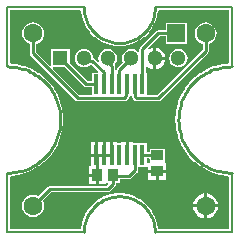
<source format=gbl>
G04*
G04 #@! TF.GenerationSoftware,Altium Limited,Altium Designer,21.6.4 (81)*
G04*
G04 Layer_Physical_Order=2*
G04 Layer_Color=16711680*
%FSLAX25Y25*%
%MOIN*%
G70*
G04*
G04 #@! TF.SameCoordinates,C5927BB7-CAF9-4977-82FB-EE17E07953DF*
G04*
G04*
G04 #@! TF.FilePolarity,Positive*
G04*
G01*
G75*
%ADD10C,0.00787*%
%ADD12C,0.01000*%
%ADD16C,0.05118*%
%ADD17R,0.05118X0.05118*%
%ADD18C,0.06299*%
%ADD19R,0.06000X0.06000*%
%ADD20R,0.03937X0.03543*%
%ADD21R,0.03543X0.03937*%
%ADD22R,0.01772X0.06693*%
G36*
X-12788Y36315D02*
X-12498Y34483D01*
X-12470Y34408D01*
X-12461Y34328D01*
X-11887Y32564D01*
X-11848Y32494D01*
X-11826Y32416D01*
X-10984Y30764D01*
X-10934Y30701D01*
X-10901Y30628D01*
X-9811Y29127D01*
X-9752Y29073D01*
X-9707Y29006D01*
X-8396Y27694D01*
X-8329Y27650D01*
X-8274Y27591D01*
X-6774Y26501D01*
X-6701Y26467D01*
X-6637Y26417D01*
X-4985Y25575D01*
X-4908Y25553D01*
X-4837Y25514D01*
X-3074Y24941D01*
X-2994Y24931D01*
X-2918Y24904D01*
X-1087Y24613D01*
X-1006Y24617D01*
X-927Y24601D01*
X927Y24601D01*
X1006Y24617D01*
X1087Y24613D01*
X2918Y24904D01*
X2994Y24931D01*
X3074Y24941D01*
X4838Y25514D01*
X4908Y25553D01*
X4985Y25575D01*
X6638Y26417D01*
X6701Y26467D01*
X6774Y26501D01*
X8274Y27591D01*
X8329Y27650D01*
X8396Y27694D01*
X9707Y29006D01*
X9752Y29073D01*
X9811Y29127D01*
X10901Y30628D01*
X10935Y30701D01*
X10985Y30764D01*
X11827Y32416D01*
X11848Y32494D01*
X11888Y32564D01*
X12461Y34328D01*
X12470Y34408D01*
X12498Y34483D01*
X12788Y36315D01*
X13286Y36382D01*
X36382D01*
Y19096D01*
X36110Y18694D01*
X33811Y18391D01*
X33748Y18370D01*
X33680Y18365D01*
X31442Y17765D01*
X31381Y17736D01*
X31315Y17722D01*
X29174Y16835D01*
X29118Y16798D01*
X29054Y16776D01*
X27047Y15617D01*
X26996Y15573D01*
X26936Y15543D01*
X25097Y14132D01*
X25052Y14082D01*
X24996Y14044D01*
X23357Y12405D01*
X23320Y12349D01*
X23269Y12305D01*
X21858Y10466D01*
X21829Y10406D01*
X21784Y10355D01*
X20625Y8348D01*
X20604Y8284D01*
X20566Y8228D01*
X19679Y6086D01*
X19666Y6020D01*
X19636Y5960D01*
X19036Y3721D01*
X19032Y3654D01*
X19010Y3590D01*
X18708Y1292D01*
X18712Y1225D01*
X18699Y1159D01*
Y-1159D01*
X18712Y-1225D01*
X18708Y-1292D01*
X19010Y-3590D01*
X19032Y-3654D01*
X19036Y-3721D01*
X19636Y-5960D01*
X19666Y-6020D01*
X19679Y-6086D01*
X20566Y-8228D01*
X20604Y-8284D01*
X20625Y-8348D01*
X21784Y-10355D01*
X21829Y-10406D01*
X21858Y-10466D01*
X23269Y-12305D01*
X23320Y-12349D01*
X23357Y-12405D01*
X24996Y-14044D01*
X25052Y-14082D01*
X25097Y-14132D01*
X26936Y-15543D01*
X26996Y-15573D01*
X27047Y-15617D01*
X29054Y-16776D01*
X29118Y-16798D01*
X29174Y-16835D01*
X31315Y-17722D01*
X31381Y-17736D01*
X31442Y-17765D01*
X33680Y-18365D01*
X33748Y-18370D01*
X33811Y-18391D01*
X36110Y-18694D01*
X36382Y-19096D01*
Y-36382D01*
X13286D01*
X12788Y-36315D01*
X12498Y-34483D01*
X12470Y-34408D01*
X12461Y-34328D01*
X11888Y-32564D01*
X11848Y-32494D01*
X11827Y-32416D01*
X10985Y-30764D01*
X10935Y-30701D01*
X10901Y-30628D01*
X9811Y-29127D01*
X9752Y-29073D01*
X9707Y-29006D01*
X8396Y-27694D01*
X8329Y-27650D01*
X8274Y-27591D01*
X6774Y-26500D01*
X6701Y-26467D01*
X6638Y-26417D01*
X4985Y-25575D01*
X4908Y-25553D01*
X4838Y-25514D01*
X3074Y-24941D01*
X2994Y-24931D01*
X2918Y-24903D01*
X1087Y-24613D01*
X1006Y-24617D01*
X927Y-24601D01*
X-927D01*
X-1006Y-24617D01*
X-1087Y-24613D01*
X-2918Y-24903D01*
X-2994Y-24931D01*
X-3074Y-24941D01*
X-4837Y-25514D01*
X-4908Y-25553D01*
X-4985Y-25575D01*
X-6637Y-26417D01*
X-6701Y-26467D01*
X-6774Y-26500D01*
X-8274Y-27591D01*
X-8329Y-27650D01*
X-8396Y-27694D01*
X-9707Y-29006D01*
X-9752Y-29073D01*
X-9811Y-29127D01*
X-10901Y-30628D01*
X-10934Y-30701D01*
X-10984Y-30764D01*
X-11826Y-32416D01*
X-11848Y-32494D01*
X-11887Y-32564D01*
X-12461Y-34328D01*
X-12470Y-34408D01*
X-12498Y-34483D01*
X-12788Y-36315D01*
X-13286Y-36382D01*
X-36382D01*
Y-19096D01*
X-36110Y-18694D01*
X-33811Y-18391D01*
X-33748Y-18370D01*
X-33680Y-18365D01*
X-31442Y-17765D01*
X-31381Y-17736D01*
X-31315Y-17722D01*
X-29174Y-16835D01*
X-29118Y-16798D01*
X-29054Y-16776D01*
X-27047Y-15617D01*
X-26996Y-15573D01*
X-26936Y-15543D01*
X-25097Y-14132D01*
X-25052Y-14082D01*
X-24996Y-14044D01*
X-23357Y-12405D01*
X-23320Y-12349D01*
X-23269Y-12305D01*
X-21858Y-10466D01*
X-21829Y-10406D01*
X-21784Y-10355D01*
X-20625Y-8348D01*
X-20604Y-8284D01*
X-20566Y-8228D01*
X-19679Y-6086D01*
X-19666Y-6020D01*
X-19636Y-5960D01*
X-19036Y-3721D01*
X-19032Y-3654D01*
X-19010Y-3590D01*
X-18708Y-1292D01*
X-18712Y-1225D01*
X-18699Y-1159D01*
Y1159D01*
X-18712Y1225D01*
X-18708Y1292D01*
X-19010Y3590D01*
X-19032Y3654D01*
X-19036Y3721D01*
X-19636Y5960D01*
X-19666Y6020D01*
X-19679Y6086D01*
X-20566Y8228D01*
X-20604Y8284D01*
X-20625Y8348D01*
X-21784Y10355D01*
X-21829Y10406D01*
X-21858Y10466D01*
X-23269Y12305D01*
X-23320Y12349D01*
X-23357Y12405D01*
X-24996Y14044D01*
X-25052Y14082D01*
X-25097Y14132D01*
X-26936Y15543D01*
X-26996Y15573D01*
X-27047Y15617D01*
X-29054Y16776D01*
X-29118Y16798D01*
X-29174Y16835D01*
X-31315Y17722D01*
X-31381Y17736D01*
X-31442Y17765D01*
X-33680Y18365D01*
X-33748Y18370D01*
X-33811Y18391D01*
X-36110Y18694D01*
X-36382Y19096D01*
Y36382D01*
X-13286D01*
X-12788Y36315D01*
D02*
G37*
%LPC*%
G36*
X28740Y32425D02*
X27786Y32300D01*
X26898Y31931D01*
X26134Y31346D01*
X25549Y30583D01*
X25181Y29694D01*
X25055Y28740D01*
X25181Y27786D01*
X25549Y26898D01*
X26134Y26134D01*
X26898Y25549D01*
X27717Y25210D01*
Y23259D01*
X12568Y8110D01*
X9067D01*
Y15661D01*
X8701D01*
Y17858D01*
X9201Y18028D01*
X9273Y17934D01*
X10016Y17364D01*
X10882Y17005D01*
X11311Y16949D01*
Y20472D01*
Y23996D01*
X10882Y23940D01*
X10016Y23581D01*
X9895Y23488D01*
X9565Y23865D01*
X13416Y27717D01*
X15394D01*
Y25236D01*
X22402D01*
Y32244D01*
X15394D01*
Y29764D01*
X12992D01*
X12600Y29686D01*
X12268Y29464D01*
X6953Y24149D01*
X6731Y23817D01*
X6654Y23425D01*
Y22785D01*
X6154Y22615D01*
X6122Y22657D01*
X5482Y23148D01*
X4737Y23457D01*
X3937Y23562D01*
X3137Y23457D01*
X2392Y23148D01*
X1753Y22657D01*
X1261Y22017D01*
X953Y21272D01*
X848Y20472D01*
X953Y19673D01*
X1169Y19152D01*
X-724Y17259D01*
X-946Y16927D01*
X-1024Y16535D01*
Y15661D01*
X-1536D01*
Y17980D01*
X-1613Y18372D01*
X-1648Y18424D01*
X-1261Y18928D01*
X-953Y19673D01*
X-848Y20472D01*
X-953Y21272D01*
X-1261Y22017D01*
X-1753Y22657D01*
X-2392Y23148D01*
X-3137Y23457D01*
X-3937Y23562D01*
X-4737Y23457D01*
X-5482Y23148D01*
X-6122Y22657D01*
X-6612Y22017D01*
X-6921Y21272D01*
X-7026Y20472D01*
X-6921Y19673D01*
X-6844Y19486D01*
X-7268Y19203D01*
X-8473Y20408D01*
X-8736Y20584D01*
X-8827Y21272D01*
X-9136Y22017D01*
X-9627Y22657D01*
X-10266Y23148D01*
X-11011Y23457D01*
X-11811Y23562D01*
X-12611Y23457D01*
X-13356Y23148D01*
X-13996Y22657D01*
X-14487Y22017D01*
X-14795Y21272D01*
X-14900Y20472D01*
X-14795Y19673D01*
X-14487Y18928D01*
X-13996Y18288D01*
X-13356Y17797D01*
X-12611Y17488D01*
X-11811Y17383D01*
X-11011Y17488D01*
X-10266Y17797D01*
X-9627Y18288D01*
X-9271Y18311D01*
X-7084Y16123D01*
X-7275Y15661D01*
X-9067D01*
Y12835D01*
X-10600D01*
X-16622Y18857D01*
Y23535D01*
X-22748D01*
Y18156D01*
X-23210Y17965D01*
X-27717Y22471D01*
Y25210D01*
X-26898Y25549D01*
X-26134Y26134D01*
X-25549Y26898D01*
X-25181Y27786D01*
X-25055Y28740D01*
X-25181Y29694D01*
X-25549Y30583D01*
X-26134Y31346D01*
X-26898Y31931D01*
X-27786Y32300D01*
X-28740Y32425D01*
X-29694Y32300D01*
X-30583Y31931D01*
X-31346Y31346D01*
X-31931Y30583D01*
X-32300Y29694D01*
X-32425Y28740D01*
X-32300Y27786D01*
X-31931Y26898D01*
X-31346Y26134D01*
X-30583Y25549D01*
X-29764Y25210D01*
Y22047D01*
X-29686Y21655D01*
X-29464Y21323D01*
X-14503Y6363D01*
X-14171Y6141D01*
X-13780Y6063D01*
X1575D01*
X1966Y6141D01*
X2299Y6363D01*
X3086Y7150D01*
X3308Y7482D01*
X3386Y7874D01*
Y7961D01*
X4310D01*
Y7672D01*
X4387Y7281D01*
X4609Y6949D01*
X5195Y6363D01*
X5527Y6141D01*
X5919Y6063D01*
X12992D01*
X13384Y6141D01*
X13716Y6363D01*
X29464Y22111D01*
X29686Y22443D01*
X29764Y22835D01*
Y25210D01*
X30583Y25549D01*
X31346Y26134D01*
X31931Y26898D01*
X32300Y27786D01*
X32425Y28740D01*
X32300Y29694D01*
X31931Y30583D01*
X31346Y31346D01*
X30583Y31931D01*
X29694Y32300D01*
X28740Y32425D01*
D02*
G37*
G36*
X12311Y23996D02*
Y20972D01*
X15335D01*
X15279Y21402D01*
X14920Y22267D01*
X14349Y23011D01*
X13606Y23581D01*
X12740Y23940D01*
X12311Y23996D01*
D02*
G37*
G36*
X19685Y23562D02*
X18885Y23457D01*
X18140Y23148D01*
X17501Y22657D01*
X17009Y22017D01*
X16701Y21272D01*
X16596Y20472D01*
X16701Y19673D01*
X17009Y18928D01*
X17501Y18288D01*
X18140Y17797D01*
X18885Y17488D01*
X19685Y17383D01*
X20485Y17488D01*
X21230Y17797D01*
X21870Y18288D01*
X22361Y18928D01*
X22669Y19673D01*
X22774Y20472D01*
X22669Y21272D01*
X22361Y22017D01*
X21870Y22657D01*
X21230Y23148D01*
X20485Y23457D01*
X19685Y23562D01*
D02*
G37*
G36*
X15335Y19972D02*
X12311D01*
Y16949D01*
X12740Y17005D01*
X13606Y17364D01*
X14349Y17934D01*
X14920Y18678D01*
X15279Y19543D01*
X15335Y19972D01*
D02*
G37*
G36*
X-8177Y-7465D02*
X-9563D01*
Y-11311D01*
X-8177D01*
Y-7465D01*
D02*
G37*
G36*
X4445D02*
X3059D01*
Y-11811D01*
X2059D01*
Y-7465D01*
X673D01*
Y-7961D01*
X-673D01*
Y-7465D01*
X-2059D01*
Y-11811D01*
X-3059D01*
Y-7465D01*
X-4618D01*
Y-11811D01*
X-5618D01*
Y-7465D01*
X-7177D01*
Y-11811D01*
X-7677D01*
Y-12311D01*
X-9563D01*
Y-15535D01*
X-10153D01*
Y-18004D01*
X-7382D01*
Y-18504D01*
X-6882D01*
Y-21472D01*
X-4610D01*
Y-21365D01*
X-4343Y-20976D01*
X-3786D01*
X-3595Y-21438D01*
X-4361Y-22205D01*
X-23228D01*
X-23620Y-22283D01*
X-23952Y-22505D01*
X-26967Y-25520D01*
X-27786Y-25181D01*
X-28740Y-25055D01*
X-29694Y-25181D01*
X-30583Y-25549D01*
X-31346Y-26134D01*
X-31931Y-26898D01*
X-32300Y-27786D01*
X-32425Y-28740D01*
X-32300Y-29694D01*
X-31931Y-30583D01*
X-31346Y-31346D01*
X-30583Y-31931D01*
X-29694Y-32300D01*
X-28740Y-32425D01*
X-27786Y-32300D01*
X-26898Y-31931D01*
X-26134Y-31346D01*
X-25549Y-30583D01*
X-25181Y-29694D01*
X-25055Y-28740D01*
X-25181Y-27786D01*
X-25520Y-26967D01*
X-22804Y-24252D01*
X-3937D01*
X-3545Y-24174D01*
X-3213Y-23952D01*
X-1371Y-22110D01*
X-1150Y-21778D01*
X-1072Y-21387D01*
Y-20976D01*
X209D01*
Y-19921D01*
X3150D01*
X3541Y-19843D01*
X3873Y-19621D01*
X5842Y-17653D01*
X6064Y-17321D01*
X6142Y-16929D01*
Y-15661D01*
X9067D01*
Y-12835D01*
X9772D01*
X10126Y-13188D01*
X10126Y-14185D01*
X9737Y-14453D01*
X9630D01*
Y-16724D01*
X12598D01*
X15567D01*
Y-14453D01*
X15460D01*
X15071Y-14185D01*
X15071Y-13953D01*
Y-9634D01*
X10126D01*
Y-10787D01*
X9067D01*
Y-7961D01*
X4445D01*
Y-7465D01*
D02*
G37*
G36*
X15567Y-17724D02*
X13098D01*
Y-19996D01*
X15567D01*
Y-17724D01*
D02*
G37*
G36*
X12098D02*
X9630D01*
Y-19996D01*
X12098D01*
Y-17724D01*
D02*
G37*
G36*
X-7882Y-19004D02*
X-10153D01*
Y-21472D01*
X-7882D01*
Y-19004D01*
D02*
G37*
G36*
X29240Y-24621D02*
Y-28240D01*
X32860D01*
X32783Y-27657D01*
X32365Y-26647D01*
X31700Y-25781D01*
X30833Y-25115D01*
X29823Y-24697D01*
X29240Y-24621D01*
D02*
G37*
G36*
X28240D02*
X27657Y-24697D01*
X26647Y-25115D01*
X25781Y-25781D01*
X25115Y-26647D01*
X24697Y-27657D01*
X24621Y-28240D01*
X28240D01*
Y-24621D01*
D02*
G37*
G36*
X32860Y-29240D02*
X29240D01*
Y-32860D01*
X29823Y-32783D01*
X30833Y-32365D01*
X31700Y-31700D01*
X32365Y-30833D01*
X32783Y-29823D01*
X32860Y-29240D01*
D02*
G37*
G36*
X28240D02*
X24621D01*
X24697Y-29823D01*
X25115Y-30833D01*
X25781Y-31700D01*
X26647Y-32365D01*
X27657Y-32783D01*
X28240Y-32860D01*
Y-29240D01*
D02*
G37*
%LPD*%
G36*
X-11747Y11087D02*
X-11415Y10865D01*
X-11024Y10787D01*
X-9067D01*
Y8110D01*
X-13355D01*
X-22193Y16948D01*
X-22002Y17410D01*
X-18070D01*
X-11747Y11087D01*
D02*
G37*
D10*
X-37402Y37402D02*
X-11817D01*
X11818Y37402D02*
X37402D01*
Y17721D02*
Y37402D01*
Y-37401D02*
Y-17721D01*
X11818Y-37401D02*
X37402D01*
X-11817Y-37402D02*
Y-37401D01*
X-37402Y-37402D02*
X-11817D01*
X-37402D02*
Y-17721D01*
Y17721D02*
Y37402D01*
D12*
X12992Y28740D02*
X18110D01*
X7677Y23425D02*
X12992Y28740D01*
X7677Y11811D02*
Y23425D01*
X5118Y11811D02*
X5333Y11596D01*
Y7672D02*
X5919Y7087D01*
X5333Y7672D02*
Y11596D01*
X5919Y7087D02*
X12992D01*
X28740Y22835D01*
Y28740D01*
X2362Y11614D02*
X2559Y11811D01*
X-28740Y22047D02*
X-13780Y7087D01*
X-28740Y22047D02*
Y28740D01*
X-13780Y7087D02*
X1575D01*
X2362Y7874D01*
Y11614D01*
X7677Y-11811D02*
X12500D01*
X12598Y-11909D01*
X-5118Y-11811D02*
X-2559D01*
X-7677D02*
X-5118D01*
X-7677D02*
X-7382Y-12106D01*
Y-18504D02*
Y-12106D01*
X-28740Y-28740D02*
X-23228Y-23228D01*
X-3937D01*
X-2095Y-21387D01*
Y-18532D01*
X-2067Y-18504D01*
X-1673Y-18898D02*
X3150D01*
X-2067Y-18504D02*
X-1673Y-18898D01*
X5118Y-16929D02*
Y-11811D01*
X3150Y-18898D02*
X5118Y-16929D01*
X-19685Y20472D02*
X-11024Y11811D01*
X-7677D01*
X-11023Y19684D02*
X-9197D01*
X-11811Y20472D02*
X-11023Y19684D01*
X-9197D02*
X-5291Y15779D01*
X-0Y11811D02*
Y16535D01*
X3937Y20472D01*
X-3937Y19358D02*
Y20472D01*
X-2559Y11811D02*
Y17980D01*
X-3937Y19358D02*
X-2559Y17980D01*
X-5291Y11984D02*
Y15779D01*
Y11984D02*
X-5118Y11811D01*
X11818Y-37401D02*
X11775Y-36399D01*
X11648Y-35404D01*
X11436Y-34424D01*
X11143Y-33465D01*
X10769Y-32534D01*
X10317Y-31638D01*
X9791Y-30784D01*
X9195Y-29977D01*
X8532Y-29224D01*
X7808Y-28530D01*
X7027Y-27900D01*
X6196Y-27338D01*
X5320Y-26849D01*
X4406Y-26436D01*
X3461Y-26102D01*
X2490Y-25849D01*
X1501Y-25680D01*
X502Y-25594D01*
X-501D01*
X-1501Y-25680D01*
X-2490Y-25849D01*
X-3460Y-26102D01*
X-4406Y-26436D01*
X-5320Y-26849D01*
X-6196Y-27338D01*
X-7027Y-27900D01*
X-7807Y-28530D01*
X-8532Y-29224D01*
X-9194Y-29977D01*
X-9791Y-30784D01*
X-10317Y-31638D01*
X-10768Y-32534D01*
X-11142Y-33465D01*
X-11436Y-34424D01*
X-11647Y-35404D01*
X-11775Y-36399D01*
X-11817Y-37401D01*
Y37402D02*
X-11775Y36399D01*
X-11647Y35404D01*
X-11436Y34424D01*
X-11142Y33465D01*
X-10768Y32534D01*
X-10317Y31638D01*
X-9791Y30784D01*
X-9194Y29978D01*
X-8532Y29225D01*
X-7807Y28530D01*
X-7027Y27900D01*
X-6196Y27339D01*
X-5320Y26849D01*
X-4406Y26436D01*
X-3460Y26102D01*
X-2490Y25849D01*
X-1501Y25680D01*
X-501Y25595D01*
X502D01*
X1501Y25680D01*
X2490Y25849D01*
X3461Y26102D01*
X4406Y26436D01*
X5320Y26849D01*
X6196Y27339D01*
X7027Y27900D01*
X7808Y28530D01*
X8532Y29225D01*
X9195Y29978D01*
X9791Y30784D01*
X10317Y31638D01*
X10769Y32534D01*
X11143Y33465D01*
X11436Y34424D01*
X11648Y35404D01*
X11775Y36399D01*
X11818Y37402D01*
X37402Y17721D02*
X36408Y17693D01*
X35418Y17609D01*
X34433Y17470D01*
X33458Y17277D01*
X32496Y17028D01*
X31549Y16726D01*
X30620Y16372D01*
X29713Y15966D01*
X28830Y15510D01*
X27973Y15005D01*
X27147Y14453D01*
X26353Y13855D01*
X25593Y13214D01*
X24871Y12531D01*
X24188Y11808D01*
X23547Y11049D01*
X22949Y10255D01*
X22397Y9428D01*
X21892Y8572D01*
X21436Y7689D01*
X21030Y6781D01*
X20675Y5853D01*
X20373Y4906D01*
X20125Y3943D01*
X19931Y2968D01*
X19792Y1984D01*
X19708Y994D01*
X19681Y0D01*
X19708Y-994D01*
X19792Y-1984D01*
X19931Y-2968D01*
X20125Y-3943D01*
X20373Y-4906D01*
X20675Y-5853D01*
X21030Y-6781D01*
X21436Y-7689D01*
X21892Y-8572D01*
X22397Y-9428D01*
X22949Y-10255D01*
X23547Y-11049D01*
X24188Y-11808D01*
X24871Y-12530D01*
X25593Y-13213D01*
X26353Y-13855D01*
X27147Y-14452D01*
X27973Y-15005D01*
X28830Y-15510D01*
X29713Y-15966D01*
X30620Y-16372D01*
X31549Y-16726D01*
X32496Y-17028D01*
X33458Y-17277D01*
X34433Y-17470D01*
X35417Y-17609D01*
X36408Y-17693D01*
X37402Y-17721D01*
X-37402D02*
X-36408Y-17693D01*
X-35418Y-17609D01*
X-34433Y-17470D01*
X-33458Y-17277D01*
X-32496Y-17028D01*
X-31549Y-16726D01*
X-30620Y-16372D01*
X-29713Y-15966D01*
X-28830Y-15510D01*
X-27973Y-15005D01*
X-27147Y-14453D01*
X-26353Y-13855D01*
X-25593Y-13213D01*
X-24871Y-12530D01*
X-24188Y-11808D01*
X-23547Y-11049D01*
X-22949Y-10255D01*
X-22397Y-9428D01*
X-21892Y-8572D01*
X-21436Y-7689D01*
X-21030Y-6781D01*
X-20675Y-5853D01*
X-20373Y-4906D01*
X-20125Y-3943D01*
X-19931Y-2968D01*
X-19792Y-1984D01*
X-19708Y-993D01*
X-19681Y0D01*
X-19708Y994D01*
X-19792Y1984D01*
X-19931Y2968D01*
X-20125Y3943D01*
X-20373Y4906D01*
X-20675Y5853D01*
X-21030Y6782D01*
X-21436Y7689D01*
X-21892Y8572D01*
X-22397Y9428D01*
X-22949Y10255D01*
X-23547Y11049D01*
X-24188Y11808D01*
X-24871Y12531D01*
X-25593Y13214D01*
X-26353Y13855D01*
X-27147Y14453D01*
X-27974Y15005D01*
X-28830Y15510D01*
X-29713Y15966D01*
X-30620Y16372D01*
X-31549Y16726D01*
X-32496Y17028D01*
X-33458Y17277D01*
X-34433Y17471D01*
X-35418Y17609D01*
X-36408Y17693D01*
X-37402Y17721D01*
D16*
X-3937Y20472D02*
D03*
X-11811D02*
D03*
X3937D02*
D03*
X11811D02*
D03*
X19685D02*
D03*
D17*
X-19685D02*
D03*
D18*
X28740Y-28740D02*
D03*
X-28740Y28740D02*
D03*
X28740D02*
D03*
X-28740Y-28740D02*
D03*
D19*
X18898Y28740D02*
D03*
D20*
X12598Y-11909D02*
D03*
Y-17224D02*
D03*
D21*
X-2067Y-18504D02*
D03*
X-7382D02*
D03*
D22*
X-7677Y11811D02*
D03*
X-5118D02*
D03*
X-2559D02*
D03*
X-0D02*
D03*
X2559D02*
D03*
X5118D02*
D03*
X7677D02*
D03*
X-7677Y-11811D02*
D03*
X-5118D02*
D03*
X-2559D02*
D03*
X-0D02*
D03*
X2559D02*
D03*
X5118D02*
D03*
X7677D02*
D03*
M02*

</source>
